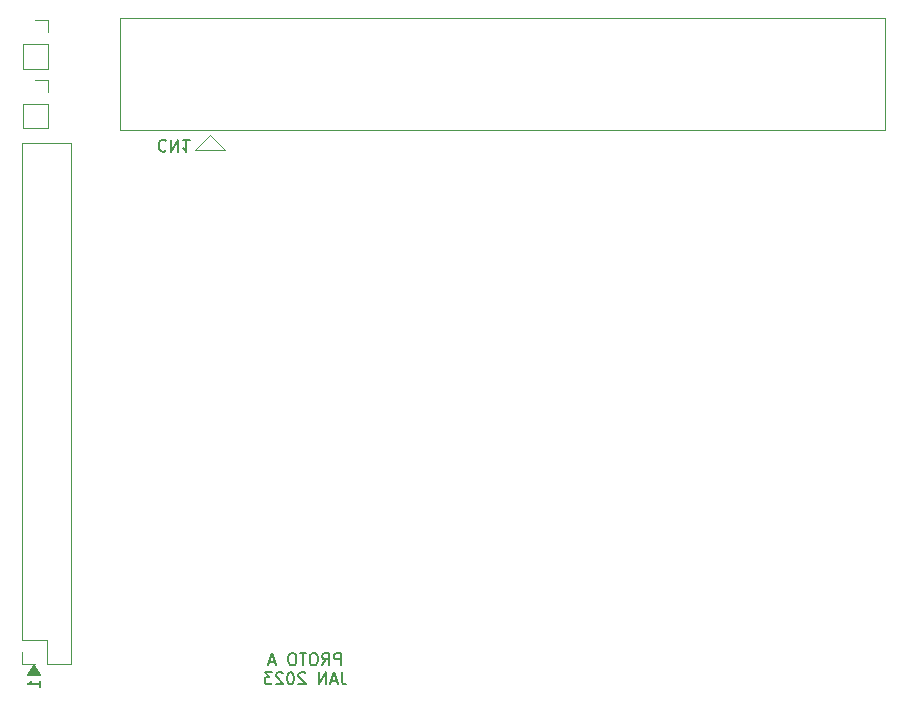
<source format=gbo>
G04 #@! TF.GenerationSoftware,KiCad,Pcbnew,6.0.6+dfsg-1~bpo11+1*
G04 #@! TF.CreationDate,2023-02-03T09:59:36+00:00*
G04 #@! TF.ProjectId,CIDER,43494445-522e-46b6-9963-61645f706362,rev?*
G04 #@! TF.SameCoordinates,Original*
G04 #@! TF.FileFunction,Legend,Bot*
G04 #@! TF.FilePolarity,Positive*
%FSLAX46Y46*%
G04 Gerber Fmt 4.6, Leading zero omitted, Abs format (unit mm)*
G04 Created by KiCad (PCBNEW 6.0.6+dfsg-1~bpo11+1) date 2023-02-03 09:59:36*
%MOMM*%
%LPD*%
G01*
G04 APERTURE LIST*
%ADD10C,0.150000*%
%ADD11C,0.120000*%
%ADD12R,1.700000X1.700000*%
%ADD13O,1.700000X1.700000*%
%ADD14R,1.350000X1.350000*%
%ADD15O,1.350000X1.350000*%
%ADD16C,5.000000*%
%ADD17C,1.524000*%
G04 APERTURE END LIST*
D10*
G36*
X108161508Y-149988718D02*
G01*
X107145508Y-149988718D01*
X107653508Y-149226718D01*
X108161508Y-149988718D01*
G37*
X108161508Y-149988718D02*
X107145508Y-149988718D01*
X107653508Y-149226718D01*
X108161508Y-149988718D01*
X108090457Y-150999132D02*
X108090457Y-150427703D01*
X108090457Y-150713418D02*
X107090457Y-150713418D01*
X107233315Y-150618179D01*
X107328553Y-150522941D01*
X107376172Y-150427703D01*
X133583200Y-149118980D02*
X133583200Y-148118980D01*
X133202247Y-148118980D01*
X133107009Y-148166600D01*
X133059390Y-148214219D01*
X133011771Y-148309457D01*
X133011771Y-148452314D01*
X133059390Y-148547552D01*
X133107009Y-148595171D01*
X133202247Y-148642790D01*
X133583200Y-148642790D01*
X132011771Y-149118980D02*
X132345104Y-148642790D01*
X132583200Y-149118980D02*
X132583200Y-148118980D01*
X132202247Y-148118980D01*
X132107009Y-148166600D01*
X132059390Y-148214219D01*
X132011771Y-148309457D01*
X132011771Y-148452314D01*
X132059390Y-148547552D01*
X132107009Y-148595171D01*
X132202247Y-148642790D01*
X132583200Y-148642790D01*
X131392723Y-148118980D02*
X131202247Y-148118980D01*
X131107009Y-148166600D01*
X131011771Y-148261838D01*
X130964152Y-148452314D01*
X130964152Y-148785647D01*
X131011771Y-148976123D01*
X131107009Y-149071361D01*
X131202247Y-149118980D01*
X131392723Y-149118980D01*
X131487961Y-149071361D01*
X131583200Y-148976123D01*
X131630819Y-148785647D01*
X131630819Y-148452314D01*
X131583200Y-148261838D01*
X131487961Y-148166600D01*
X131392723Y-148118980D01*
X130678438Y-148118980D02*
X130107009Y-148118980D01*
X130392723Y-149118980D02*
X130392723Y-148118980D01*
X129583200Y-148118980D02*
X129392723Y-148118980D01*
X129297485Y-148166600D01*
X129202247Y-148261838D01*
X129154628Y-148452314D01*
X129154628Y-148785647D01*
X129202247Y-148976123D01*
X129297485Y-149071361D01*
X129392723Y-149118980D01*
X129583200Y-149118980D01*
X129678438Y-149071361D01*
X129773676Y-148976123D01*
X129821295Y-148785647D01*
X129821295Y-148452314D01*
X129773676Y-148261838D01*
X129678438Y-148166600D01*
X129583200Y-148118980D01*
X128011771Y-148833266D02*
X127535580Y-148833266D01*
X128107009Y-149118980D02*
X127773676Y-148118980D01*
X127440342Y-149118980D01*
X133678438Y-149728980D02*
X133678438Y-150443266D01*
X133726057Y-150586123D01*
X133821295Y-150681361D01*
X133964152Y-150728980D01*
X134059390Y-150728980D01*
X133249866Y-150443266D02*
X132773676Y-150443266D01*
X133345104Y-150728980D02*
X133011771Y-149728980D01*
X132678438Y-150728980D01*
X132345104Y-150728980D02*
X132345104Y-149728980D01*
X131773676Y-150728980D01*
X131773676Y-149728980D01*
X130583200Y-149824219D02*
X130535580Y-149776600D01*
X130440342Y-149728980D01*
X130202247Y-149728980D01*
X130107009Y-149776600D01*
X130059390Y-149824219D01*
X130011771Y-149919457D01*
X130011771Y-150014695D01*
X130059390Y-150157552D01*
X130630819Y-150728980D01*
X130011771Y-150728980D01*
X129392723Y-149728980D02*
X129297485Y-149728980D01*
X129202247Y-149776600D01*
X129154628Y-149824219D01*
X129107009Y-149919457D01*
X129059390Y-150109933D01*
X129059390Y-150348028D01*
X129107009Y-150538504D01*
X129154628Y-150633742D01*
X129202247Y-150681361D01*
X129297485Y-150728980D01*
X129392723Y-150728980D01*
X129487961Y-150681361D01*
X129535580Y-150633742D01*
X129583200Y-150538504D01*
X129630819Y-150348028D01*
X129630819Y-150109933D01*
X129583200Y-149919457D01*
X129535580Y-149824219D01*
X129487961Y-149776600D01*
X129392723Y-149728980D01*
X128678438Y-149824219D02*
X128630819Y-149776600D01*
X128535580Y-149728980D01*
X128297485Y-149728980D01*
X128202247Y-149776600D01*
X128154628Y-149824219D01*
X128107009Y-149919457D01*
X128107009Y-150014695D01*
X128154628Y-150157552D01*
X128726057Y-150728980D01*
X128107009Y-150728980D01*
X127773676Y-149728980D02*
X127154628Y-149728980D01*
X127487961Y-150109933D01*
X127345104Y-150109933D01*
X127249866Y-150157552D01*
X127202247Y-150205171D01*
X127154628Y-150300409D01*
X127154628Y-150538504D01*
X127202247Y-150633742D01*
X127249866Y-150681361D01*
X127345104Y-150728980D01*
X127630819Y-150728980D01*
X127726057Y-150681361D01*
X127773676Y-150633742D01*
X118797023Y-104735357D02*
X118749404Y-104687738D01*
X118606547Y-104640119D01*
X118511309Y-104640119D01*
X118368452Y-104687738D01*
X118273214Y-104782976D01*
X118225595Y-104878214D01*
X118177976Y-105068690D01*
X118177976Y-105211547D01*
X118225595Y-105402023D01*
X118273214Y-105497261D01*
X118368452Y-105592500D01*
X118511309Y-105640119D01*
X118606547Y-105640119D01*
X118749404Y-105592500D01*
X118797023Y-105544880D01*
X119225595Y-104640119D02*
X119225595Y-105640119D01*
X119797023Y-104640119D01*
X119797023Y-105640119D01*
X120797023Y-104640119D02*
X120225595Y-104640119D01*
X120511309Y-104640119D02*
X120511309Y-105640119D01*
X120416071Y-105497261D01*
X120320833Y-105402023D01*
X120225595Y-105354404D01*
D11*
X108783200Y-100611400D02*
X108783200Y-99551400D01*
X108783200Y-99551400D02*
X107723200Y-99551400D01*
X108783200Y-103671400D02*
X106663200Y-103671400D01*
X108783200Y-101611400D02*
X108783200Y-103671400D01*
X106663200Y-101611400D02*
X106663200Y-103671400D01*
X108783200Y-101611400D02*
X106663200Y-101611400D01*
X108783200Y-94487400D02*
X107723200Y-94487400D01*
X108783200Y-98607400D02*
X106663200Y-98607400D01*
X106663200Y-96547400D02*
X106663200Y-98607400D01*
X108783200Y-96547400D02*
X108783200Y-98607400D01*
X108783200Y-95547400D02*
X108783200Y-94487400D01*
X108783200Y-96547400D02*
X106663200Y-96547400D01*
X123825000Y-105511600D02*
X121285000Y-105511600D01*
X114935000Y-103822500D02*
X179705000Y-103822500D01*
X179705000Y-94297500D02*
X114935000Y-94297500D01*
X179705000Y-103822500D02*
X179705000Y-94297500D01*
X122555000Y-104241600D02*
X123825000Y-105511600D01*
X114935000Y-94297500D02*
X114935000Y-103822500D01*
X121285000Y-105511600D02*
X122555000Y-104241600D01*
X108692500Y-149060000D02*
X110752500Y-149060000D01*
X106632500Y-149060000D02*
X107692500Y-149060000D01*
X110752500Y-149060000D02*
X110752500Y-104940000D01*
X106632500Y-104940000D02*
X110752500Y-104940000D01*
X108692500Y-147000000D02*
X108692500Y-149060000D01*
X106632500Y-148000000D02*
X106632500Y-149060000D01*
X106632500Y-147000000D02*
X108692500Y-147000000D01*
X106632500Y-147000000D02*
X106632500Y-104940000D01*
%LPC*%
D12*
X178411400Y-105513600D03*
D13*
X178411400Y-108053600D03*
X178411400Y-110593600D03*
X178411400Y-113133600D03*
X178411400Y-115673600D03*
X178411400Y-118213600D03*
D14*
X107723200Y-100611400D03*
D15*
X107723200Y-102611400D03*
D14*
X107723200Y-95547400D03*
D15*
X107723200Y-97547400D03*
D16*
X118110000Y-99060000D03*
X176530000Y-99060000D03*
D17*
X122555000Y-100012500D03*
X122555000Y-96202500D03*
X123825000Y-101917500D03*
X123825000Y-98107500D03*
X125095000Y-100012500D03*
X125095000Y-96202500D03*
X126365000Y-101917500D03*
X126365000Y-98107500D03*
X127635000Y-100012500D03*
X127635000Y-96202500D03*
X128905000Y-101917500D03*
X128905000Y-98107500D03*
X130175000Y-100012500D03*
X130175000Y-96202500D03*
X131445000Y-101917500D03*
X131445000Y-98107500D03*
X132715000Y-100012500D03*
X132715000Y-96202500D03*
X133985000Y-101917500D03*
X133985000Y-98107500D03*
X135255000Y-100012500D03*
X135255000Y-96202500D03*
X136525000Y-101917500D03*
X136525000Y-98107500D03*
X137795000Y-100012500D03*
X137795000Y-96202500D03*
X139065000Y-101917500D03*
X139065000Y-98107500D03*
X140335000Y-100012500D03*
X140335000Y-96202500D03*
X141605000Y-101917500D03*
X141605000Y-98107500D03*
X142875000Y-100012500D03*
X142875000Y-96202500D03*
X144145000Y-101917500D03*
X144145000Y-98107500D03*
X145415000Y-100012500D03*
X145415000Y-96202500D03*
X146685000Y-101917500D03*
X146685000Y-98107500D03*
X147955000Y-100012500D03*
X147955000Y-96202500D03*
X149225000Y-101917500D03*
X149225000Y-98107500D03*
X150495000Y-100012500D03*
X150495000Y-96202500D03*
X151765000Y-101917500D03*
X151765000Y-98107500D03*
X153035000Y-100012500D03*
X153035000Y-96202500D03*
X154305000Y-101917500D03*
X154305000Y-98107500D03*
X155575000Y-100012500D03*
X155575000Y-96202500D03*
X156845000Y-101917500D03*
X156845000Y-98107500D03*
X158115000Y-100012500D03*
X158115000Y-96202500D03*
X159385000Y-101917500D03*
X159385000Y-98107500D03*
X160655000Y-100012500D03*
X160655000Y-96202500D03*
X161925000Y-101917500D03*
X161925000Y-98107500D03*
X163195000Y-100012500D03*
X163195000Y-96202500D03*
X164465000Y-101917500D03*
X164465000Y-98107500D03*
X165735000Y-100012500D03*
X165735000Y-96202500D03*
X167005000Y-101917500D03*
X167005000Y-98107500D03*
X168275000Y-100012500D03*
X168275000Y-96202500D03*
X169545000Y-101917500D03*
X169545000Y-98107500D03*
X170815000Y-100012500D03*
X170815000Y-96202500D03*
X172085000Y-101917500D03*
X172085000Y-98107500D03*
D14*
X107692500Y-148000000D03*
D15*
X109692500Y-148000000D03*
X107692500Y-146000000D03*
X109692500Y-146000000D03*
X107692500Y-144000000D03*
X109692500Y-144000000D03*
X107692500Y-142000000D03*
X109692500Y-142000000D03*
X107692500Y-140000000D03*
X109692500Y-140000000D03*
X107692500Y-138000000D03*
X109692500Y-138000000D03*
X107692500Y-136000000D03*
X109692500Y-136000000D03*
X107692500Y-134000000D03*
X109692500Y-134000000D03*
X107692500Y-132000000D03*
X109692500Y-132000000D03*
X107692500Y-130000000D03*
X109692500Y-130000000D03*
X107692500Y-128000000D03*
X109692500Y-128000000D03*
X107692500Y-126000000D03*
X109692500Y-126000000D03*
X107692500Y-124000000D03*
X109692500Y-124000000D03*
X107692500Y-122000000D03*
X109692500Y-122000000D03*
X107692500Y-120000000D03*
X109692500Y-120000000D03*
X107692500Y-118000000D03*
X109692500Y-118000000D03*
X107692500Y-116000000D03*
X109692500Y-116000000D03*
X107692500Y-114000000D03*
X109692500Y-114000000D03*
X107692500Y-112000000D03*
X109692500Y-112000000D03*
X107692500Y-110000000D03*
X109692500Y-110000000D03*
X107692500Y-108000000D03*
X109692500Y-108000000D03*
X107692500Y-106000000D03*
X109692500Y-106000000D03*
M02*

</source>
